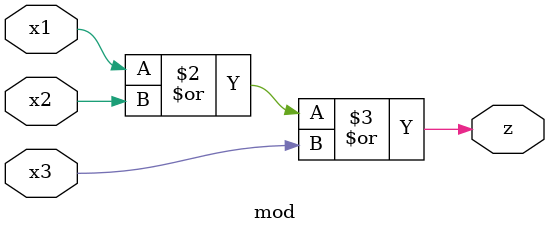
<source format=sv>
module mod(x1,x2,x3,z);
input x1,x2,x3;
output z;
// Behavioral modelling 

wire x1,x2,x3;
reg   z;
always @(x1 or x2 or x3)
begin 
z=x1|x2|x3;
end 
endmodule 

</source>
